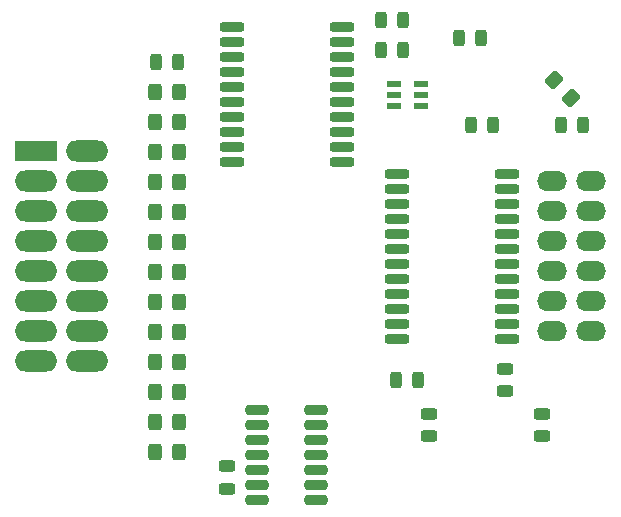
<source format=gts>
G04 #@! TF.GenerationSoftware,KiCad,Pcbnew,6.0.10-86aedd382b~118~ubuntu22.04.1*
G04 #@! TF.CreationDate,2023-01-30T15:30:24-08:00*
G04 #@! TF.ProjectId,led-panel-single,6c65642d-7061-46e6-956c-2d73696e676c,rev?*
G04 #@! TF.SameCoordinates,Original*
G04 #@! TF.FileFunction,Soldermask,Top*
G04 #@! TF.FilePolarity,Negative*
%FSLAX46Y46*%
G04 Gerber Fmt 4.6, Leading zero omitted, Abs format (unit mm)*
G04 Created by KiCad (PCBNEW 6.0.10-86aedd382b~118~ubuntu22.04.1) date 2023-01-30 15:30:24*
%MOMM*%
%LPD*%
G01*
G04 APERTURE LIST*
G04 Aperture macros list*
%AMRoundRect*
0 Rectangle with rounded corners*
0 $1 Rounding radius*
0 $2 $3 $4 $5 $6 $7 $8 $9 X,Y pos of 4 corners*
0 Add a 4 corners polygon primitive as box body*
4,1,4,$2,$3,$4,$5,$6,$7,$8,$9,$2,$3,0*
0 Add four circle primitives for the rounded corners*
1,1,$1+$1,$2,$3*
1,1,$1+$1,$4,$5*
1,1,$1+$1,$6,$7*
1,1,$1+$1,$8,$9*
0 Add four rect primitives between the rounded corners*
20,1,$1+$1,$2,$3,$4,$5,0*
20,1,$1+$1,$4,$5,$6,$7,0*
20,1,$1+$1,$6,$7,$8,$9,0*
20,1,$1+$1,$8,$9,$2,$3,0*%
G04 Aperture macros list end*
%ADD10RoundRect,0.250000X-0.548008X-0.088388X-0.088388X-0.548008X0.548008X0.088388X0.088388X0.548008X0*%
%ADD11RoundRect,0.243750X0.243750X0.456250X-0.243750X0.456250X-0.243750X-0.456250X0.243750X-0.456250X0*%
%ADD12RoundRect,0.250000X0.325000X0.450000X-0.325000X0.450000X-0.325000X-0.450000X0.325000X-0.450000X0*%
%ADD13R,3.600000X1.800000*%
%ADD14O,3.600000X1.800000*%
%ADD15RoundRect,0.200000X0.775000X0.200000X-0.775000X0.200000X-0.775000X-0.200000X0.775000X-0.200000X0*%
%ADD16RoundRect,0.243750X-0.456250X0.243750X-0.456250X-0.243750X0.456250X-0.243750X0.456250X0.243750X0*%
%ADD17RoundRect,0.200000X0.825000X0.200000X-0.825000X0.200000X-0.825000X-0.200000X0.825000X-0.200000X0*%
%ADD18RoundRect,0.243750X0.456250X-0.243750X0.456250X0.243750X-0.456250X0.243750X-0.456250X-0.243750X0*%
%ADD19RoundRect,0.200000X-0.825000X-0.200000X0.825000X-0.200000X0.825000X0.200000X-0.825000X0.200000X0*%
%ADD20RoundRect,0.243750X-0.243750X-0.456250X0.243750X-0.456250X0.243750X0.456250X-0.243750X0.456250X0*%
%ADD21O,2.540000X1.700000*%
%ADD22R,1.200000X0.510000*%
G04 APERTURE END LIST*
D10*
G04 #@! TO.C,D1*
X134403216Y-85127216D03*
X135852784Y-86576784D03*
G04 #@! TD*
D11*
G04 #@! TO.C,R3*
X128191500Y-81534000D03*
X126316500Y-81534000D03*
G04 #@! TD*
D12*
G04 #@! TO.C,R5*
X102625000Y-86110000D03*
X100575000Y-86110000D03*
G04 #@! TD*
G04 #@! TO.C,R7*
X100575000Y-91190000D03*
X102625000Y-91190000D03*
G04 #@! TD*
D13*
G04 #@! TO.C,J5*
X90540000Y-91110000D03*
D14*
X94880000Y-91110000D03*
X90540000Y-93650000D03*
X94880000Y-93650000D03*
X90540000Y-96190000D03*
X94880000Y-96190000D03*
X90540000Y-98730000D03*
X94880000Y-98730000D03*
X90540000Y-101270000D03*
X94880000Y-101270000D03*
X90540000Y-103810000D03*
X94880000Y-103810000D03*
X90540000Y-106350000D03*
X94880000Y-106350000D03*
X90540000Y-108890000D03*
X94880000Y-108890000D03*
G04 #@! TD*
D15*
G04 #@! TO.C,U4*
X114235000Y-120650000D03*
X114235000Y-119380000D03*
X114235000Y-118110000D03*
X114235000Y-116840000D03*
X114235000Y-115570000D03*
X114235000Y-114300000D03*
X114235000Y-113030000D03*
X109285000Y-113030000D03*
X109285000Y-114300000D03*
X109285000Y-115570000D03*
X109285000Y-116840000D03*
X109285000Y-118110000D03*
X109285000Y-119380000D03*
X109285000Y-120650000D03*
G04 #@! TD*
D12*
G04 #@! TO.C,R10*
X100575000Y-98810000D03*
X102625000Y-98810000D03*
G04 #@! TD*
G04 #@! TO.C,R17*
X100575000Y-116590000D03*
X102625000Y-116590000D03*
G04 #@! TD*
D11*
G04 #@! TO.C,C5*
X121587500Y-82515000D03*
X119712500Y-82515000D03*
G04 #@! TD*
D12*
G04 #@! TO.C,R11*
X100575000Y-101350000D03*
X102625000Y-101350000D03*
G04 #@! TD*
D16*
G04 #@! TO.C,C7*
X106680000Y-117807500D03*
X106680000Y-119682500D03*
G04 #@! TD*
D17*
G04 #@! TO.C,U1*
X130380000Y-106985000D03*
X130380000Y-105715000D03*
X130380000Y-104445000D03*
X130380000Y-103175000D03*
X130380000Y-101905000D03*
X130380000Y-100635000D03*
X130380000Y-99365000D03*
X130380000Y-98095000D03*
X130380000Y-96825000D03*
X130380000Y-95555000D03*
X130380000Y-94285000D03*
X130380000Y-93015000D03*
X121080000Y-93015000D03*
X121080000Y-94285000D03*
X121080000Y-95555000D03*
X121080000Y-96825000D03*
X121080000Y-98095000D03*
X121080000Y-99365000D03*
X121080000Y-100635000D03*
X121080000Y-101905000D03*
X121080000Y-103175000D03*
X121080000Y-104445000D03*
X121080000Y-105715000D03*
X121080000Y-106985000D03*
G04 #@! TD*
D12*
G04 #@! TO.C,R16*
X100575000Y-114050000D03*
X102625000Y-114050000D03*
G04 #@! TD*
D18*
G04 #@! TO.C,R1*
X133350000Y-115237500D03*
X133350000Y-113362500D03*
G04 #@! TD*
D12*
G04 #@! TO.C,R9*
X100575000Y-96270000D03*
X102625000Y-96270000D03*
G04 #@! TD*
G04 #@! TO.C,R6*
X100575000Y-88650000D03*
X102625000Y-88650000D03*
G04 #@! TD*
D19*
G04 #@! TO.C,U3*
X107110000Y-80645000D03*
X107110000Y-81915000D03*
X107110000Y-83185000D03*
X107110000Y-84455000D03*
X107110000Y-85725000D03*
X107110000Y-86995000D03*
X107110000Y-88265000D03*
X107110000Y-89535000D03*
X107110000Y-90805000D03*
X107110000Y-92075000D03*
X116410000Y-92075000D03*
X116410000Y-90805000D03*
X116410000Y-89535000D03*
X116410000Y-88265000D03*
X116410000Y-86995000D03*
X116410000Y-85725000D03*
X116410000Y-84455000D03*
X116410000Y-83185000D03*
X116410000Y-81915000D03*
X116410000Y-80645000D03*
G04 #@! TD*
D20*
G04 #@! TO.C,C6*
X119712500Y-80010000D03*
X121587500Y-80010000D03*
G04 #@! TD*
G04 #@! TO.C,C4*
X120982500Y-110490000D03*
X122857500Y-110490000D03*
G04 #@! TD*
D11*
G04 #@! TO.C,R4*
X100662500Y-83570000D03*
X102537500Y-83570000D03*
G04 #@! TD*
D12*
G04 #@! TO.C,R14*
X100575000Y-108970000D03*
X102625000Y-108970000D03*
G04 #@! TD*
D20*
G04 #@! TO.C,C1*
X134952500Y-88900000D03*
X136827500Y-88900000D03*
G04 #@! TD*
D18*
G04 #@! TO.C,C3*
X130210000Y-111427500D03*
X130210000Y-109552500D03*
G04 #@! TD*
D12*
G04 #@! TO.C,R15*
X100575000Y-111510000D03*
X102625000Y-111510000D03*
G04 #@! TD*
D11*
G04 #@! TO.C,C2*
X129207500Y-88900000D03*
X127332500Y-88900000D03*
G04 #@! TD*
D12*
G04 #@! TO.C,R12*
X100575000Y-103890000D03*
X102625000Y-103890000D03*
G04 #@! TD*
D21*
G04 #@! TO.C,J2*
X137560000Y-106350000D03*
X134220000Y-106350000D03*
X137560000Y-103810000D03*
X134220000Y-103810000D03*
X137560000Y-101270000D03*
X134220000Y-101270000D03*
X137560000Y-98730000D03*
X134220000Y-98730000D03*
X137560000Y-96190000D03*
X134220000Y-96190000D03*
X137560000Y-93650000D03*
X134220000Y-93650000D03*
G04 #@! TD*
D22*
G04 #@! TO.C,U2*
X123140000Y-87310000D03*
X123140000Y-86360000D03*
X123140000Y-85410000D03*
X120820000Y-85410000D03*
X120820000Y-86360000D03*
X120820000Y-87310000D03*
G04 #@! TD*
D16*
G04 #@! TO.C,R2*
X123825000Y-113362500D03*
X123825000Y-115237500D03*
G04 #@! TD*
D12*
G04 #@! TO.C,R13*
X100575000Y-106430000D03*
X102625000Y-106430000D03*
G04 #@! TD*
G04 #@! TO.C,R8*
X100575000Y-93730000D03*
X102625000Y-93730000D03*
G04 #@! TD*
M02*

</source>
